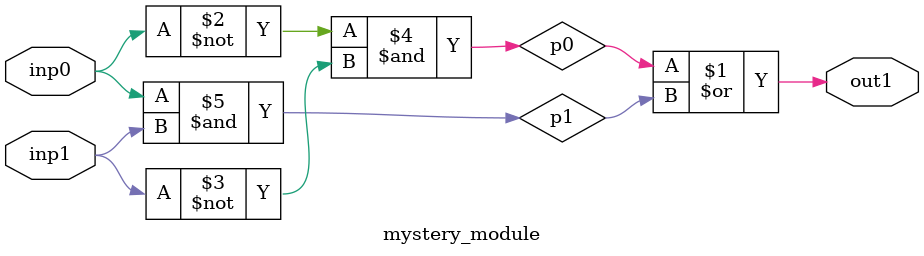
<source format=v>
module mystery_module
   // I/O ports
   (
    input wire inp0, inp1,
    output wire out1
   );

   // signal declaration
   wire p0, p1;

   // body
   // sum of two product terms, xnor gate
   assign out1 = p0 | p1;
   // product terms
   assign p0 = ~inp0 & ~inp1;
   assign p1 = inp0 & inp1;

endmodule
</source>
